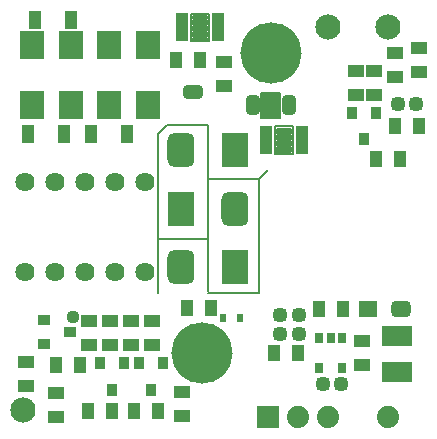
<source format=gts>
G04*
G04  File:            OPENGEIGER1.0.GTS, Sat Apr 20 15:36:21 2019*
G04  Source:          P-CAD 2004 PCB, Version 18.03.448, (C:\Users\Kent\Documents\customers\Medcom\OpenSource\OpenGeiger\OpenGeiger1.0.PCB)*
G04  Format:          Gerber Format (RS-274-D), ASCII*
G04*
G04  Format Options:  Absolute Positioning*
G04                   Leading-Zero Suppression*
G04                   Scale Factor 1:1*
G04                   NO Circular Interpolation*
G04                   Inch Units*
G04                   Numeric Format: 4.4 (XXXX.XXXX)*
G04                   G54 NOT Used for Aperture Change*
G04                   Apertures Embedded*
G04*
G04  File Options:    Offset = (0.0mil,0.0mil)*
G04                   Drill Symbol Size = 80.0mil*
G04                   No Pad/Via Holes*
G04*
G04  File Contents:   Pads*
G04                   No Vias*
G04                   No Designators*
G04                   No Types*
G04                   No Values*
G04                   No Drill Symbols*
G04                   Top Mask*
G04*
%INOPENGEIGER1.0.GTS*%
%ICAS*%
%MOIN*%
G04*
G04  Aperture MACROs for general use --- invoked via D-code assignment *
G04*
G04  General MACRO for flashed round with rotation and/or offset hole *
%AMROTOFFROUND*
1,1,$1,0.0000,0.0000*
1,0,$2,$3,$4*%
G04*
G04  General MACRO for flashed oval (obround) with rotation and/or offset hole *
%AMROTOFFOVAL*
21,1,$1,$2,0.0000,0.0000,$3*
1,1,$4,$5,$6*
1,1,$4,0-$5,0-$6*
1,0,$7,$8,$9*%
G04*
G04  General MACRO for flashed oval (obround) with rotation and no hole *
%AMROTOVALNOHOLE*
21,1,$1,$2,0.0000,0.0000,$3*
1,1,$4,$5,$6*
1,1,$4,0-$5,0-$6*%
G04*
G04  General MACRO for flashed rectangle with rotation and/or offset hole *
%AMROTOFFRECT*
21,1,$1,$2,0.0000,0.0000,$3*
1,0,$4,$5,$6*%
G04*
G04  General MACRO for flashed rectangle with rotation and no hole *
%AMROTRECTNOHOLE*
21,1,$1,$2,0.0000,0.0000,$3*%
G04*
G04  General MACRO for flashed rounded-rectangle *
%AMROUNDRECT*
21,1,$1,$2-$4,0.0000,0.0000,$3*
21,1,$1-$4,$2,0.0000,0.0000,$3*
1,1,$4,$5,$6*
1,1,$4,$7,$8*
1,1,$4,0-$5,0-$6*
1,1,$4,0-$7,0-$8*
1,0,$9,$10,$11*%
G04*
G04  General MACRO for flashed rounded-rectangle with rotation and no hole *
%AMROUNDRECTNOHOLE*
21,1,$1,$2-$4,0.0000,0.0000,$3*
21,1,$1-$4,$2,0.0000,0.0000,$3*
1,1,$4,$5,$6*
1,1,$4,$7,$8*
1,1,$4,0-$5,0-$6*
1,1,$4,0-$7,0-$8*%
G04*
G04  General MACRO for flashed regular polygon *
%AMREGPOLY*
5,1,$1,0.0000,0.0000,$2,$3+$4*
1,0,$5,$6,$7*%
G04*
G04  General MACRO for flashed regular polygon with no hole *
%AMREGPOLYNOHOLE*
5,1,$1,0.0000,0.0000,$2,$3+$4*%
G04*
G04  General MACRO for target *
%AMTARGET*
6,0,0,$1,$2,$3,4,$4,$5,$6*%
G04*
G04  General MACRO for mounting hole *
%AMMTHOLE*
1,1,$1,0,0*
1,0,$2,0,0*
$1=$1-$2*
$1=$1/2*
21,1,$2+$1,$3,0,0,$4*
21,1,$3,$2+$1,0,0,$4*%
G04*
G04*
G04  D10 : "Ellipse X8.0mil Y8.0mil H0.0mil 0.0deg (0.0mil,0.0mil) Draw"*
G04  Disc: OuterDia=0.0080*
%ADD10C, 0.0080*%
G04  D11 : "Ellipse X10.0mil Y10.0mil H0.0mil 0.0deg (0.0mil,0.0mil) Draw"*
G04  Disc: OuterDia=0.0100*
%ADD11C, 0.0100*%
G04  D12 : "Ellipse X12.0mil Y12.0mil H0.0mil 0.0deg (0.0mil,0.0mil) Draw"*
G04  Disc: OuterDia=0.0120*
%ADD12C, 0.0120*%
G04  D13 : "Ellipse X15.0mil Y15.0mil H0.0mil 0.0deg (0.0mil,0.0mil) Draw"*
G04  Disc: OuterDia=0.0150*
%ADD13C, 0.0150*%
G04  D14 : "Ellipse X16.0mil Y16.0mil H0.0mil 0.0deg (0.0mil,0.0mil) Draw"*
G04  Disc: OuterDia=0.0160*
%ADD14C, 0.0160*%
G04  D15 : "Ellipse X2.0mil Y2.0mil H0.0mil 0.0deg (0.0mil,0.0mil) Draw"*
G04  Disc: OuterDia=0.0020*
%ADD15C, 0.0020*%
G04  D16 : "Ellipse X2.0mil Y2.0mil H0.0mil 0.0deg (0.0mil,0.0mil) Draw"*
G04  Disc: OuterDia=0.0020*
%ADD16C, 0.0020*%
G04  D17 : "Ellipse X20.0mil Y20.0mil H0.0mil 0.0deg (0.0mil,0.0mil) Draw"*
G04  Disc: OuterDia=0.0200*
%ADD17C, 0.0200*%
G04  D18 : "Ellipse X25.0mil Y25.0mil H0.0mil 0.0deg (0.0mil,0.0mil) Draw"*
G04  Disc: OuterDia=0.0250*
%ADD18C, 0.0250*%
G04  D19 : "Ellipse X3.9mil Y3.9mil H0.0mil 0.0deg (0.0mil,0.0mil) Draw"*
G04  Disc: OuterDia=0.0039*
%ADD19C, 0.0039*%
G04  D20 : "Ellipse X4.0mil Y4.0mil H0.0mil 0.0deg (0.0mil,0.0mil) Draw"*
G04  Disc: OuterDia=0.0040*
%ADD20C, 0.0040*%
G04  D21 : "Ellipse X5.0mil Y5.0mil H0.0mil 0.0deg (0.0mil,0.0mil) Draw"*
G04  Disc: OuterDia=0.0050*
%ADD21C, 0.0050*%
G04  D22 : "Ellipse X50.0mil Y50.0mil H0.0mil 0.0deg (0.0mil,0.0mil) Draw"*
G04  Disc: OuterDia=0.0500*
%ADD22C, 0.0500*%
G04  D23 : "Ellipse X6.0mil Y6.0mil H0.0mil 0.0deg (0.0mil,0.0mil) Draw"*
G04  Disc: OuterDia=0.0060*
%ADD23C, 0.0060*%
G04  D24 : "Ellipse X6.0mil Y6.0mil H0.0mil 0.0deg (0.0mil,0.0mil) Draw"*
G04  Disc: OuterDia=0.0060*
%ADD24C, 0.0060*%
G04  D25 : "Ellipse X7.0mil Y7.0mil H0.0mil 0.0deg (0.0mil,0.0mil) Draw"*
G04  Disc: OuterDia=0.0070*
%ADD25C, 0.0070*%
G04  D26 : "Ellipse X204.0mil Y204.0mil H0.0mil 0.0deg (0.0mil,0.0mil) Flash"*
G04  Disc: OuterDia=0.2040*
%ADD26C, 0.2040*%
G04  D27 : "Ellipse X40.0mil Y40.0mil H0.0mil 0.0deg (0.0mil,0.0mil) Flash"*
G04  Disc: OuterDia=0.0400*
%ADD27C, 0.0400*%
G04  D28 : "Ellipse X44.0mil Y44.0mil H0.0mil 0.0deg (0.0mil,0.0mil) Flash"*
G04  Disc: OuterDia=0.0440*
%ADD28C, 0.0440*%
G04  D29 : "Ellipse X60.0mil Y60.0mil H0.0mil 0.0deg (0.0mil,0.0mil) Flash"*
G04  Disc: OuterDia=0.0600*
%ADD29C, 0.0600*%
G04  D30 : "Ellipse X64.0mil Y64.0mil H0.0mil 0.0deg (0.0mil,0.0mil) Flash"*
G04  Disc: OuterDia=0.0640*
%ADD30C, 0.0640*%
G04  D31 : "Ellipse X70.0mil Y70.0mil H0.0mil 0.0deg (0.0mil,0.0mil) Flash"*
G04  Disc: OuterDia=0.0700*
%ADD31C, 0.0700*%
G04  D32 : "Ellipse X74.0mil Y74.0mil H0.0mil 0.0deg (0.0mil,0.0mil) Flash"*
G04  Disc: OuterDia=0.0740*
%ADD32C, 0.0740*%
G04  D33 : "Ellipse X80.0mil Y80.0mil H0.0mil 0.0deg (0.0mil,0.0mil) Flash"*
G04  Disc: OuterDia=0.0800*
%ADD33C, 0.0800*%
G04  D34 : "Ellipse X84.0mil Y84.0mil H0.0mil 0.0deg (0.0mil,0.0mil) Flash"*
G04  Disc: OuterDia=0.0840*
%ADD34C, 0.0840*%
G04  D35 : "Mounting Hole X200.0mil Y200.0mil H0.0mil 0.0deg (0.0mil,0.0mil) Flash"*
G04  Mounting Hole: Diameter=0.2000, Rotation=0.0, LineWidth=0.0050 *
%ADD35MTHOLE, 0.2000 X0.1800 X0.0050 X0.0*%
G04  D36 : "Oval X75.0mil Y45.0mil H0.0mil 0.0deg (0.0mil,0.0mil) Flash"*
G04  Obround: DimX=0.0750, DimY=0.0450, Rotation=0.0, OffsetX=0.0000, OffsetY=0.0000, HoleDia=0.0000 *
%ADD36O, 0.0750 X0.0450*%
G04  D37 : "Oval X30.0mil Y56.0mil H0.0mil 0.0deg (0.0mil,0.0mil) Flash"*
G04  Obround: DimX=0.0300, DimY=0.0560, Rotation=0.0, OffsetX=0.0000, OffsetY=0.0000, HoleDia=0.0000 *
%ADD37O, 0.0300 X0.0560*%
G04  D38 : "Oval X30.0mil Y86.0mil H0.0mil 0.0deg (0.0mil,0.0mil) Flash"*
G04  Obround: DimX=0.0300, DimY=0.0860, Rotation=0.0, OffsetX=0.0000, OffsetY=0.0000, HoleDia=0.0000 *
%ADD38O, 0.0300 X0.0860*%
G04  D39 : "Rounded Rectangle X80.0mil Y104.0mil H0.0mil 0.0deg (0.0mil,0.0mil) Flash"*
G04  RoundRct: DimX=0.0800, DimY=0.1040, CornerRad=0.0200, Rotation=0.0, OffsetX=0.0000, OffsetY=0.0000, HoleDia=0.0000 *
%ADD39ROUNDRECTNOHOLE, 0.0800 X0.1040 X0.0 X0.0400 X-0.0200 X-0.0320 X-0.0200 X0.0320*%
G04  D40 : "Rounded Rectangle X86.0mil Y110.0mil H0.0mil 0.0deg (0.0mil,0.0mil) Flash"*
G04  RoundRct: DimX=0.0860, DimY=0.1100, CornerRad=0.0215, Rotation=0.0, OffsetX=0.0000, OffsetY=0.0000, HoleDia=0.0000 *
%ADD40ROUNDRECTNOHOLE, 0.0860 X0.1100 X0.0 X0.0430 X-0.0215 X-0.0335 X-0.0215 X0.0335*%
G04  D41 : "Rounded Rectangle X90.0mil Y114.0mil H0.0mil 0.0deg (0.0mil,0.0mil) Flash"*
G04  RoundRct: DimX=0.0900, DimY=0.1140, CornerRad=0.0225, Rotation=0.0, OffsetX=0.0000, OffsetY=0.0000, HoleDia=0.0000 *
%ADD41ROUNDRECTNOHOLE, 0.0900 X0.1140 X0.0 X0.0450 X-0.0225 X-0.0345 X-0.0225 X0.0345*%
G04  D42 : "Rounded Rectangle X33.8mil Y33.8mil H0.0mil 0.0deg (0.0mil,0.0mil) Flash"*
G04  RoundRct: DimX=0.0338, DimY=0.0338, CornerRad=0.0084, Rotation=0.0, OffsetX=0.0000, OffsetY=0.0000, HoleDia=0.0000 *
%ADD42ROUNDRECTNOHOLE, 0.0338 X0.0338 X0.0 X0.0169 X-0.0084 X-0.0084 X-0.0084 X0.0084*%
G04  D43 : "Rounded Rectangle X39.8mil Y39.8mil H0.0mil 0.0deg (0.0mil,0.0mil) Flash"*
G04  RoundRct: DimX=0.0398, DimY=0.0398, CornerRad=0.0099, Rotation=0.0, OffsetX=0.0000, OffsetY=0.0000, HoleDia=0.0000 *
%ADD43ROUNDRECTNOHOLE, 0.0398 X0.0398 X0.0 X0.0199 X-0.0099 X-0.0099 X-0.0099 X0.0099*%
G04  D44 : "Rounded Rectangle X43.8mil Y43.8mil H0.0mil 0.0deg (0.0mil,0.0mil) Flash"*
G04  RoundRct: DimX=0.0438, DimY=0.0438, CornerRad=0.0109, Rotation=0.0, OffsetX=0.0000, OffsetY=0.0000, HoleDia=0.0000 *
%ADD44ROUNDRECTNOHOLE, 0.0438 X0.0438 X0.0 X0.0219 X-0.0109 X-0.0109 X-0.0109 X0.0109*%
G04  D45 : "Rounded Rectangle X54.0mil Y34.0mil H0.0mil 0.0deg (0.0mil,0.0mil) Flash"*
G04  RoundRct: DimX=0.0540, DimY=0.0340, CornerRad=0.0085, Rotation=0.0, OffsetX=0.0000, OffsetY=0.0000, HoleDia=0.0000 *
%ADD45ROUNDRECTNOHOLE, 0.0540 X0.0340 X0.0 X0.0170 X-0.0185 X-0.0085 X-0.0185 X0.0085*%
G04  D46 : "Rounded Rectangle X54.0mil Y42.0mil H0.0mil 0.0deg (0.0mil,0.0mil) Flash"*
G04  RoundRct: DimX=0.0540, DimY=0.0420, CornerRad=0.0105, Rotation=0.0, OffsetX=0.0000, OffsetY=0.0000, HoleDia=0.0000 *
%ADD46ROUNDRECTNOHOLE, 0.0540 X0.0420 X0.0 X0.0210 X-0.0165 X-0.0105 X-0.0165 X0.0105*%
G04  D47 : "Rounded Rectangle X60.0mil Y40.0mil H0.0mil 0.0deg (0.0mil,0.0mil) Flash"*
G04  RoundRct: DimX=0.0600, DimY=0.0400, CornerRad=0.0100, Rotation=0.0, OffsetX=0.0000, OffsetY=0.0000, HoleDia=0.0000 *
%ADD47ROUNDRECTNOHOLE, 0.0600 X0.0400 X0.0 X0.0200 X-0.0200 X-0.0100 X-0.0200 X0.0100*%
G04  D48 : "Rounded Rectangle X40.0mil Y60.0mil H0.0mil 0.0deg (0.0mil,0.0mil) Flash"*
G04  RoundRct: DimX=0.0400, DimY=0.0600, CornerRad=0.0100, Rotation=0.0, OffsetX=0.0000, OffsetY=0.0000, HoleDia=0.0000 *
%ADD48ROUNDRECTNOHOLE, 0.0400 X0.0600 X0.0 X0.0200 X-0.0100 X-0.0200 X-0.0100 X0.0200*%
G04  D49 : "Rounded Rectangle X60.0mil Y48.0mil H0.0mil 0.0deg (0.0mil,0.0mil) Flash"*
G04  RoundRct: DimX=0.0600, DimY=0.0480, CornerRad=0.0120, Rotation=0.0, OffsetX=0.0000, OffsetY=0.0000, HoleDia=0.0000 *
%ADD49ROUNDRECTNOHOLE, 0.0600 X0.0480 X0.0 X0.0240 X-0.0180 X-0.0120 X-0.0180 X0.0120*%
G04  D50 : "Rounded Rectangle X64.0mil Y44.0mil H0.0mil 0.0deg (0.0mil,0.0mil) Flash"*
G04  RoundRct: DimX=0.0640, DimY=0.0440, CornerRad=0.0110, Rotation=0.0, OffsetX=0.0000, OffsetY=0.0000, HoleDia=0.0000 *
%ADD50ROUNDRECTNOHOLE, 0.0640 X0.0440 X0.0 X0.0220 X-0.0210 X-0.0110 X-0.0210 X0.0110*%
G04  D51 : "Rounded Rectangle X44.0mil Y64.0mil H0.0mil 0.0deg (0.0mil,0.0mil) Flash"*
G04  RoundRct: DimX=0.0440, DimY=0.0640, CornerRad=0.0110, Rotation=0.0, OffsetX=0.0000, OffsetY=0.0000, HoleDia=0.0000 *
%ADD51ROUNDRECTNOHOLE, 0.0440 X0.0640 X0.0 X0.0220 X-0.0110 X-0.0210 X-0.0110 X0.0210*%
G04  D52 : "Rounded Rectangle X64.0mil Y52.0mil H0.0mil 0.0deg (0.0mil,0.0mil) Flash"*
G04  RoundRct: DimX=0.0640, DimY=0.0520, CornerRad=0.0130, Rotation=0.0, OffsetX=0.0000, OffsetY=0.0000, HoleDia=0.0000 *
%ADD52ROUNDRECTNOHOLE, 0.0640 X0.0520 X0.0 X0.0260 X-0.0190 X-0.0130 X-0.0190 X0.0130*%
G04  D53 : "Rectangle X80.0mil Y104.0mil H0.0mil 0.0deg (0.0mil,0.0mil) Flash"*
G04  Rectangular: DimX=0.0800, DimY=0.1040, Rotation=0.0, OffsetX=0.0000, OffsetY=0.0000, HoleDia=0.0000 *
%ADD53R, 0.0800 X0.1040*%
G04  D54 : "Rectangle X86.0mil Y110.0mil H0.0mil 0.0deg (0.0mil,0.0mil) Flash"*
G04  Rectangular: DimX=0.0860, DimY=0.1100, Rotation=0.0, OffsetX=0.0000, OffsetY=0.0000, HoleDia=0.0000 *
%ADD54R, 0.0860 X0.1100*%
G04  D55 : "Rectangle X90.0mil Y114.0mil H0.0mil 0.0deg (0.0mil,0.0mil) Flash"*
G04  Rectangular: DimX=0.0900, DimY=0.1140, Rotation=0.0, OffsetX=0.0000, OffsetY=0.0000, HoleDia=0.0000 *
%ADD55R, 0.0900 X0.1140*%
G04  D56 : "Rectangle X13.7mil Y17.6mil H0.0mil 0.0deg (0.0mil,0.0mil) Flash"*
G04  Rectangular: DimX=0.0137, DimY=0.0176, Rotation=0.0, OffsetX=0.0000, OffsetY=0.0000, HoleDia=0.0000 *
%ADD56R, 0.0137 X0.0176*%
G04  D57 : "Rectangle X17.6mil Y13.7mil H0.0mil 0.0deg (0.0mil,0.0mil) Flash"*
G04  Rectangular: DimX=0.0176, DimY=0.0137, Rotation=0.0, OffsetX=0.0000, OffsetY=0.0000, HoleDia=0.0000 *
%ADD57R, 0.0176 X0.0137*%
G04  D58 : "Rectangle X19.7mil Y23.6mil H0.0mil 0.0deg (0.0mil,0.0mil) Flash"*
G04  Rectangular: DimX=0.0197, DimY=0.0236, Rotation=0.0, OffsetX=0.0000, OffsetY=0.0000, HoleDia=0.0000 *
%ADD58R, 0.0197 X0.0236*%
G04  D59 : "Rectangle X23.6mil Y19.7mil H0.0mil 0.0deg (0.0mil,0.0mil) Flash"*
G04  Rectangular: DimX=0.0236, DimY=0.0197, Rotation=0.0, OffsetX=0.0000, OffsetY=0.0000, HoleDia=0.0000 *
%ADD59R, 0.0236 X0.0197*%
G04  D60 : "Rectangle X23.7mil Y27.6mil H0.0mil 0.0deg (0.0mil,0.0mil) Flash"*
G04  Rectangular: DimX=0.0237, DimY=0.0276, Rotation=0.0, OffsetX=0.0000, OffsetY=0.0000, HoleDia=0.0000 *
%ADD60R, 0.0237 X0.0276*%
G04  D61 : "Rectangle X27.6mil Y23.7mil H0.0mil 0.0deg (0.0mil,0.0mil) Flash"*
G04  Rectangular: DimX=0.0276, DimY=0.0237, Rotation=0.0, OffsetX=0.0000, OffsetY=0.0000, HoleDia=0.0000 *
%ADD61R, 0.0276 X0.0237*%
G04  D62 : "Rectangle X26.0mil Y34.0mil H0.0mil 0.0deg (0.0mil,0.0mil) Flash"*
G04  Rectangular: DimX=0.0260, DimY=0.0340, Rotation=0.0, OffsetX=0.0000, OffsetY=0.0000, HoleDia=0.0000 *
%ADD62R, 0.0260 X0.0340*%
G04  D63 : "Rectangle X34.0mil Y26.0mil H0.0mil 0.0deg (0.0mil,0.0mil) Flash"*
G04  Rectangular: DimX=0.0340, DimY=0.0260, Rotation=0.0, OffsetX=0.0000, OffsetY=0.0000, HoleDia=0.0000 *
%ADD63R, 0.0340 X0.0260*%
G04  D64 : "Rectangle X22.0mil Y30.0mil H0.0mil 0.0deg (0.0mil,0.0mil) Flash"*
G04  Rectangular: DimX=0.0220, DimY=0.0300, Rotation=0.0, OffsetX=0.0000, OffsetY=0.0000, HoleDia=0.0000 *
%ADD64R, 0.0220 X0.0300*%
G04  D65 : "Rectangle X32.0mil Y40.0mil H0.0mil 0.0deg (0.0mil,0.0mil) Flash"*
G04  Rectangular: DimX=0.0320, DimY=0.0400, Rotation=0.0, OffsetX=0.0000, OffsetY=0.0000, HoleDia=0.0000 *
%ADD65R, 0.0320 X0.0400*%
G04  D66 : "Rectangle X40.0mil Y32.0mil H0.0mil 0.0deg (0.0mil,0.0mil) Flash"*
G04  Rectangular: DimX=0.0400, DimY=0.0320, Rotation=0.0, OffsetX=0.0000, OffsetY=0.0000, HoleDia=0.0000 *
%ADD66R, 0.0400 X0.0320*%
G04  D67 : "Rectangle X28.0mil Y36.0mil H0.0mil 0.0deg (0.0mil,0.0mil) Flash"*
G04  Rectangular: DimX=0.0280, DimY=0.0360, Rotation=0.0, OffsetX=0.0000, OffsetY=0.0000, HoleDia=0.0000 *
%ADD67R, 0.0280 X0.0360*%
G04  D68 : "Rectangle X36.0mil Y44.0mil H0.0mil 0.0deg (0.0mil,0.0mil) Flash"*
G04  Rectangular: DimX=0.0360, DimY=0.0440, Rotation=0.0, OffsetX=0.0000, OffsetY=0.0000, HoleDia=0.0000 *
%ADD68R, 0.0360 X0.0440*%
G04  D69 : "Rectangle X44.0mil Y36.0mil H0.0mil 0.0deg (0.0mil,0.0mil) Flash"*
G04  Rectangular: DimX=0.0440, DimY=0.0360, Rotation=0.0, OffsetX=0.0000, OffsetY=0.0000, HoleDia=0.0000 *
%ADD69R, 0.0440 X0.0360*%
G04  D70 : "Rectangle X44.0mil Y34.0mil H0.0mil 0.0deg (0.0mil,0.0mil) Flash"*
G04  Rectangular: DimX=0.0440, DimY=0.0340, Rotation=0.0, OffsetX=0.0000, OffsetY=0.0000, HoleDia=0.0000 *
%ADD70R, 0.0440 X0.0340*%
G04  D71 : "Rectangle X34.0mil Y44.0mil H0.0mil 0.0deg (0.0mil,0.0mil) Flash"*
G04  Rectangular: DimX=0.0340, DimY=0.0440, Rotation=0.0, OffsetX=0.0000, OffsetY=0.0000, HoleDia=0.0000 *
%ADD71R, 0.0340 X0.0440*%
G04  D72 : "Rectangle X50.0mil Y40.0mil H0.0mil 0.0deg (0.0mil,0.0mil) Flash"*
G04  Rectangular: DimX=0.0500, DimY=0.0400, Rotation=0.0, OffsetX=0.0000, OffsetY=0.0000, HoleDia=0.0000 *
%ADD72R, 0.0500 X0.0400*%
G04  D73 : "Rectangle X40.0mil Y50.0mil H0.0mil 0.0deg (0.0mil,0.0mil) Flash"*
G04  Rectangular: DimX=0.0400, DimY=0.0500, Rotation=0.0, OffsetX=0.0000, OffsetY=0.0000, HoleDia=0.0000 *
%ADD73R, 0.0400 X0.0500*%
G04  D74 : "Rectangle X54.0mil Y42.0mil H0.0mil 0.0deg (0.0mil,0.0mil) Flash"*
G04  Rectangular: DimX=0.0540, DimY=0.0420, Rotation=0.0, OffsetX=0.0000, OffsetY=0.0000, HoleDia=0.0000 *
%ADD74R, 0.0540 X0.0420*%
G04  D75 : "Rectangle X54.0mil Y44.0mil H0.0mil 0.0deg (0.0mil,0.0mil) Flash"*
G04  Rectangular: DimX=0.0540, DimY=0.0440, Rotation=0.0, OffsetX=0.0000, OffsetY=0.0000, HoleDia=0.0000 *
%ADD75R, 0.0540 X0.0440*%
G04  D76 : "Rectangle X44.0mil Y54.0mil H0.0mil 0.0deg (0.0mil,0.0mil) Flash"*
G04  Rectangular: DimX=0.0440, DimY=0.0540, Rotation=0.0, OffsetX=0.0000, OffsetY=0.0000, HoleDia=0.0000 *
%ADD76R, 0.0440 X0.0540*%
G04  D77 : "Rectangle X94.0mil Y59.0mil H0.0mil 0.0deg (0.0mil,0.0mil) Flash"*
G04  Rectangular: DimX=0.0940, DimY=0.0590, Rotation=0.0, OffsetX=0.0000, OffsetY=0.0000, HoleDia=0.0000 *
%ADD77R, 0.0940 X0.0590*%
G04  D78 : "Rectangle X40.0mil Y60.0mil H0.0mil 0.0deg (0.0mil,0.0mil) Flash"*
G04  Rectangular: DimX=0.0400, DimY=0.0600, Rotation=0.0, OffsetX=0.0000, OffsetY=0.0000, HoleDia=0.0000 *
%ADD78R, 0.0400 X0.0600*%
G04  D79 : "Rectangle X60.0mil Y48.0mil H0.0mil 0.0deg (0.0mil,0.0mil) Flash"*
G04  Rectangular: DimX=0.0600, DimY=0.0480, Rotation=0.0, OffsetX=0.0000, OffsetY=0.0000, HoleDia=0.0000 *
%ADD79R, 0.0600 X0.0480*%
G04  D80 : "Rectangle X44.0mil Y64.0mil H0.0mil 0.0deg (0.0mil,0.0mil) Flash"*
G04  Rectangular: DimX=0.0440, DimY=0.0640, Rotation=0.0, OffsetX=0.0000, OffsetY=0.0000, HoleDia=0.0000 *
%ADD80R, 0.0440 X0.0640*%
G04  D81 : "Rectangle X64.0mil Y52.0mil H0.0mil 0.0deg (0.0mil,0.0mil) Flash"*
G04  Rectangular: DimX=0.0640, DimY=0.0520, Rotation=0.0, OffsetX=0.0000, OffsetY=0.0000, HoleDia=0.0000 *
%ADD81R, 0.0640 X0.0520*%
G04  D82 : "Rectangle X100.0mil Y65.0mil H0.0mil 0.0deg (0.0mil,0.0mil) Flash"*
G04  Rectangular: DimX=0.1000, DimY=0.0650, Rotation=0.0, OffsetX=0.0000, OffsetY=0.0000, HoleDia=0.0000 *
%ADD82R, 0.1000 X0.0650*%
G04  D83 : "Rectangle X104.0mil Y69.0mil H0.0mil 0.0deg (0.0mil,0.0mil) Flash"*
G04  Rectangular: DimX=0.1040, DimY=0.0690, Rotation=0.0, OffsetX=0.0000, OffsetY=0.0000, HoleDia=0.0000 *
%ADD83R, 0.1040 X0.0690*%
G04  D84 : "Rectangle X70.0mil Y70.0mil H0.0mil 0.0deg (0.0mil,0.0mil) Flash"*
G04  Square: Side=0.0700, Rotation=0.0, OffsetX=0.0000, OffsetY=0.0000, HoleDia=0.0000*
%ADD84R, 0.0700 X0.0700*%
G04  D85 : "Rectangle X74.0mil Y20.0mil H0.0mil 0.0deg (0.0mil,0.0mil) Flash"*
G04  Rectangular: DimX=0.0740, DimY=0.0200, Rotation=0.0, OffsetX=0.0000, OffsetY=0.0000, HoleDia=0.0000 *
%ADD85R, 0.0740 X0.0200*%
G04  D86 : "Rectangle X74.0mil Y74.0mil H0.0mil 0.0deg (0.0mil,0.0mil) Flash"*
G04  Square: Side=0.0740, Rotation=0.0, OffsetX=0.0000, OffsetY=0.0000, HoleDia=0.0000*
%ADD86R, 0.0740 X0.0740*%
G04  D87 : "Rectangle X80.0mil Y26.0mil H0.0mil 0.0deg (0.0mil,0.0mil) Flash"*
G04  Rectangular: DimX=0.0800, DimY=0.0260, Rotation=0.0, OffsetX=0.0000, OffsetY=0.0000, HoleDia=0.0000 *
%ADD87R, 0.0800 X0.0260*%
G04  D88 : "Rectangle X84.0mil Y30.0mil H0.0mil 0.0deg (0.0mil,0.0mil) Flash"*
G04  Rectangular: DimX=0.0840, DimY=0.0300, Rotation=0.0, OffsetX=0.0000, OffsetY=0.0000, HoleDia=0.0000 *
%ADD88R, 0.0840 X0.0300*%
G04  D89 : "Rectangle X40.0mil Y90.0mil H0.0mil 0.0deg (0.0mil,0.0mil) Flash"*
G04  Rectangular: DimX=0.0400, DimY=0.0900, Rotation=0.0, OffsetX=0.0000, OffsetY=0.0000, HoleDia=0.0000 *
%ADD89R, 0.0400 X0.0900*%
G04  D90 : "Rectangle X80.0mil Y90.0mil H0.0mil 0.0deg (0.0mil,0.0mil) Flash"*
G04  Rectangular: DimX=0.0800, DimY=0.0900, Rotation=0.0, OffsetX=0.0000, OffsetY=0.0000, HoleDia=0.0000 *
%ADD90R, 0.0800 X0.0900*%
G04  D91 : "Rectangle X44.0mil Y94.0mil H0.0mil 0.0deg (0.0mil,0.0mil) Flash"*
G04  Rectangular: DimX=0.0440, DimY=0.0940, Rotation=0.0, OffsetX=0.0000, OffsetY=0.0000, HoleDia=0.0000 *
%ADD91R, 0.0440 X0.0940*%
G04  D92 : "Rectangle X84.0mil Y94.0mil H0.0mil 0.0deg (0.0mil,0.0mil) Flash"*
G04  Rectangular: DimX=0.0840, DimY=0.0940, Rotation=0.0, OffsetX=0.0000, OffsetY=0.0000, HoleDia=0.0000 *
%ADD92R, 0.0840 X0.0940*%
G04  D93 : "Ellipse X30.0mil Y30.0mil H0.0mil 0.0deg (0.0mil,0.0mil) Flash"*
G04  Disc: OuterDia=0.0300*
%ADD93C, 0.0300*%
G04  D94 : "Ellipse X34.0mil Y34.0mil H0.0mil 0.0deg (0.0mil,0.0mil) Flash"*
G04  Disc: OuterDia=0.0340*
%ADD94C, 0.0340*%
G04*
%FSLAX44Y44*%
%SFA1B1*%
%OFA0.0000B0.0000*%
G04*
G70*
G90*
G01*
D2*
%LNTop Mask*%
D10*
X16650Y18600*
Y20350D1*
Y22350D2*
Y22400D1*
Y24150D2*
X15300D1*
X18350Y20350D2*
Y18550D1*
Y22350D2*
X18650Y22650D1*
X16650Y20350D2*
Y22350D1*
Y22400D2*
Y24150D1*
X18350Y22350D2*
Y20350D1*
Y18550D2*
X16650D1*
Y20350D2*
X15000D1*
Y18550*
X16650Y22350D2*
X18350D1*
X15000Y23850D2*
Y22350D1*
X15300Y24150D2*
X15000Y23850D1*
Y22350D2*
Y20350D1*
D2*
D75*
X10600Y16250D3*
Y15450D3*
D26*
X16450Y16550D3*
D75*
X17200Y26250D3*
Y25450D3*
D76*
X15600Y26300D3*
X16400D3*
D50*
X16150Y25250D3*
D32*
X22650Y14400D3*
D83*
X22950Y17100D3*
Y15900D3*
D76*
X23050Y23000D3*
X22250D3*
D44*
X23614Y24850D3*
X22985D3*
D75*
X22200Y25150D3*
Y25950D3*
D34*
X10500Y14650D3*
D76*
X12650Y14600D3*
X13450D3*
D75*
X14100Y17600D3*
Y16800D3*
X13400Y17600D3*
Y16800D3*
D68*
X13450Y15330D3*
X13050Y16200D3*
X13850D3*
D75*
X12700Y17600D3*
Y16800D3*
X15800Y14450D3*
Y15250D3*
D76*
X16750Y18050D3*
X15950D3*
D10*
X18955Y23230*
X19445D1*
X18955Y23270D2*
X19445D1*
X18955Y23310D2*
X19445D1*
X18955Y23350D2*
X19445D1*
X18955Y23390D2*
X19445D1*
X18955Y23430D2*
X19445D1*
X18955Y23470D2*
X19445D1*
X18955Y23510D2*
X19445D1*
X18955Y23550D2*
X19445D1*
X18955Y23590D2*
X19445D1*
X18955Y23630D2*
X19445D1*
X18955Y23670D2*
X19445D1*
X18955Y23710D2*
X19445D1*
X18955Y23750D2*
X19445D1*
X18955Y23790D2*
X19445D1*
X18955Y23830D2*
X19445D1*
X18955Y23870D2*
X19445D1*
X18955Y23910D2*
X19445D1*
X18955Y23950D2*
X19445D1*
X18955Y23990D2*
X19445D1*
X18955Y24030D2*
X19445D1*
X19485Y24110D2*
X18915D1*
Y23190*
X19485*
Y24110*
D2*
D91*
X19800Y23650D3*
X18600D3*
D44*
X19700Y17814D3*
Y17185D3*
X19050Y17814D3*
Y17185D3*
D75*
X21800Y16150D3*
Y16950D3*
D52*
X23100Y18000D3*
D81*
X22000D3*
D34*
X22650Y27400D3*
D92*
X10800Y26800D3*
Y24800D3*
X13350Y26800D3*
Y24800D3*
D75*
X22900Y25750D3*
Y26550D3*
D76*
X11600Y16150D3*
X12400D3*
D80*
X12100Y27650D3*
X10900D3*
D32*
X20650Y14400D3*
X19650D3*
D86*
X18650D3*
D75*
X14800Y17600D3*
Y16800D3*
D76*
X18850Y16550D3*
X19650D3*
D44*
X21114Y15500D3*
X20485D3*
D67*
X20370Y17050D3*
X21130D3*
X20370Y16050D3*
X21130D3*
X20750Y17050D3*
D41*
X15750Y19400D3*
D55*
X17550D3*
D75*
X21600Y25150D3*
Y25950D3*
D10*
X18480Y24430*
X19020D1*
X18480Y24468D2*
X19020D1*
X18480Y24507D2*
X19020D1*
X18480Y24546D2*
X19020D1*
X18480Y24585D2*
X19020D1*
X18480Y24624D2*
X19020D1*
X18480Y24662D2*
X19020D1*
X18480Y24701D2*
X19020D1*
X18480Y24740D2*
X19020D1*
X18480Y24779D2*
X19020D1*
X18480Y24818D2*
X19020D1*
X18480Y24857D2*
X19020D1*
X18480Y24895D2*
X19020D1*
X18480Y24934D2*
X19020D1*
X18480Y24973D2*
X19020D1*
X18480Y25012D2*
X19020D1*
X18480Y25051D2*
X19020D1*
X18480Y25089D2*
X19020D1*
X18480Y25128D2*
X19020D1*
X18480Y25167D2*
X19020D1*
X19060Y24390D2*
Y25210D1*
X18440*
Y24390*
X19060*
D2*
D51*
X18150Y24800D3*
X19350D3*
D80*
X11850Y23850D3*
X10650D3*
D69*
X12070Y17250D3*
X11200Y16850D3*
Y17650D3*
D75*
X11600Y14400D3*
Y15200D3*
D28*
X12150Y17750D3*
D76*
X15000Y14600D3*
X14200D3*
D68*
X14750Y15330D3*
X14350Y16200D3*
X15150D3*
D41*
X17550Y21350D3*
D55*
X15750D3*
D41*
Y23300D3*
D55*
X17550D3*
D76*
X20350Y18000D3*
X21150D3*
D60*
X17174Y17700D3*
X17725D3*
D76*
X23700Y24100D3*
X22900D3*
D68*
X21850Y23680D3*
X21450Y24550D3*
X22250D3*
D75*
X23700Y26700D3*
Y25900D3*
D10*
X16155Y26980*
X16645D1*
X16155Y27020D2*
X16645D1*
X16155Y27060D2*
X16645D1*
X16155Y27100D2*
X16645D1*
X16155Y27140D2*
X16645D1*
X16155Y27180D2*
X16645D1*
X16155Y27220D2*
X16645D1*
X16155Y27260D2*
X16645D1*
X16155Y27300D2*
X16645D1*
X16155Y27340D2*
X16645D1*
X16155Y27380D2*
X16645D1*
X16155Y27420D2*
X16645D1*
X16155Y27460D2*
X16645D1*
X16155Y27500D2*
X16645D1*
X16155Y27540D2*
X16645D1*
X16155Y27580D2*
X16645D1*
X16155Y27620D2*
X16645D1*
X16155Y27660D2*
X16645D1*
X16155Y27700D2*
X16645D1*
X16155Y27740D2*
X16645D1*
X16155Y27780D2*
X16645D1*
X16685Y27860D2*
X16115D1*
Y26940*
X16685*
Y27860*
D2*
D91*
X17000Y27400D3*
X15800D3*
D34*
X20650D3*
D92*
X12100Y24800D3*
Y26800D3*
D26*
X18750Y26550D3*
D92*
X14650Y24800D3*
Y26800D3*
D30*
X10550Y19250D3*
X12550D3*
X13550D3*
X10550Y22250D3*
X12550D3*
X13550D3*
X11550Y19250D3*
X14550D3*
X11550Y22250D3*
X14550D3*
D80*
X13950Y23850D3*
X12750D3*
D02M02*

</source>
